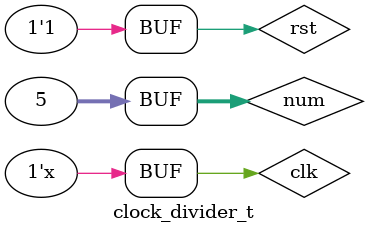
<source format=v>
`timescale 1ns / 1ps

module clock_divider_t(
    
    );
    
    parameter cyc = 10;
    
    reg clk;
    reg rst;
    reg [31:0] num;
    wire clk_div;
    
    clock_divider cd(
    clk,
    rst,
    num,
    clk_div
    );
    
    always #cyc clk <= ~clk;
    
    initial begin
        clk <= 1'b0;
        num <= 32'd5;
        rst <= 1'b1;
        
        #10 rst <= 1'b0;
        #10 rst <= 1'b0;
        #10 rst <= 1'b1;
        
        #2000;
    end
    
endmodule

</source>
